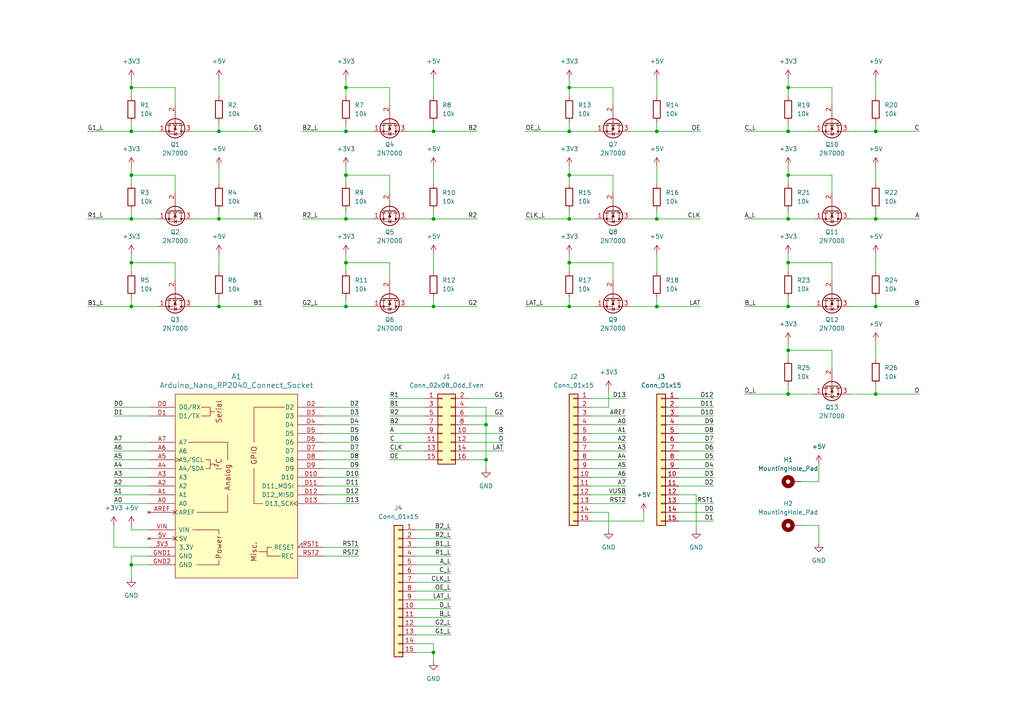
<source format=kicad_sch>
(kicad_sch (version 20230121) (generator eeschema)
  (paper "A4")
  (lib_symbols
    (symbol "Connector_Generic:Conn_01x15" (pin_names (offset 1.016) hide)
      (property "Reference" "J" (at 0 20.32 0))
      (property "Value" "Conn_01x15" (at 0 -20.32 0))
      (symbol "Conn_01x15_1_1"
        (rectangle (start -1.27 -17.653) (end 0 -17.907) (stroke (width 0.1524)))
        (rectangle (start -1.27 -15.113) (end 0 -15.367) (stroke (width 0.1524)))
        (rectangle (start -1.27 -12.573) (end 0 -12.827) (stroke (width 0.1524)))
        (rectangle (start -1.27 -10.033) (end 0 -10.287) (stroke (width 0.1524)))
        (rectangle (start -1.27 -7.493) (end 0 -7.747) (stroke (width 0.1524)))
        (rectangle (start -1.27 -4.953) (end 0 -5.207) (stroke (width 0.1524)))
        (rectangle (start -1.27 -2.413) (end 0 -2.667) (stroke (width 0.1524)))
        (rectangle (start -1.27 0.127) (end 0 -0.127) (stroke (width 0.1524)))
        (rectangle (start -1.27 2.667) (end 0 2.413) (stroke (width 0.1524)))
        (rectangle (start -1.27 5.207) (end 0 4.953) (stroke (width 0.1524)))
        (rectangle (start -1.27 7.747) (end 0 7.493) (stroke (width 0.1524)))
        (rectangle (start -1.27 10.287) (end 0 10.033) (stroke (width 0.1524)))
        (rectangle (start -1.27 12.827) (end 0 12.573) (stroke (width 0.1524)))
        (rectangle (start -1.27 15.367) (end 0 15.113) (stroke (width 0.1524)))
        (rectangle (start -1.27 17.907) (end 0 17.653) (stroke (width 0.1524)))
        (rectangle (start -1.27 19.05) (end 1.27 -19.05) (stroke (width 0.254)) (fill (type background)))
        (pin passive line (at -5.08 17.78 0) (length 3.81) (name "Pin_1") (number "1"))
        (pin passive line (at -5.08 -5.08 0) (length 3.81) (name "Pin_10") (number "10"))
        (pin passive line (at -5.08 -7.62 0) (length 3.81) (name "Pin_11") (number "11"))
        (pin passive line (at -5.08 -10.16 0) (length 3.81) (name "Pin_12") (number "12"))
        (pin passive line (at -5.08 -12.7 0) (length 3.81) (name "Pin_13") (number "13"))
        (pin passive line (at -5.08 -15.24 0) (length 3.81) (name "Pin_14") (number "14"))
        (pin passive line (at -5.08 -17.78 0) (length 3.81) (name "Pin_15") (number "15"))
        (pin passive line (at -5.08 15.24 0) (length 3.81) (name "Pin_2") (number "2"))
        (pin passive line (at -5.08 12.7 0) (length 3.81) (name "Pin_3") (number "3"))
        (pin passive line (at -5.08 10.16 0) (length 3.81) (name "Pin_4") (number "4"))
        (pin passive line (at -5.08 7.62 0) (length 3.81) (name "Pin_5") (number "5"))
        (pin passive line (at -5.08 5.08 0) (length 3.81) (name "Pin_6") (number "6"))
        (pin passive line (at -5.08 2.54 0) (length 3.81) (name "Pin_7") (number "7"))
        (pin passive line (at -5.08 0 0) (length 3.81) (name "Pin_8") (number "8"))
        (pin passive line (at -5.08 -2.54 0) (length 3.81) (name "Pin_9") (number "9"))
      )
    )
    (symbol "Connector_Generic:Conn_02x08_Odd_Even" (pin_names (offset 1.016) hide)
      (property "Reference" "J" (at 1.27 10.16 0))
      (property "Value" "Conn_02x08_Odd_Even" (at 1.27 -12.7 0))
      (symbol "Conn_02x08_Odd_Even_1_1"
        (rectangle (start -1.27 -10.033) (end 0 -10.287) (stroke (width 0.1524)))
        (rectangle (start -1.27 -7.493) (end 0 -7.747) (stroke (width 0.1524)))
        (rectangle (start -1.27 -4.953) (end 0 -5.207) (stroke (width 0.1524)))
        (rectangle (start -1.27 -2.413) (end 0 -2.667) (stroke (width 0.1524)))
        (rectangle (start -1.27 0.127) (end 0 -0.127) (stroke (width 0.1524)))
        (rectangle (start -1.27 2.667) (end 0 2.413) (stroke (width 0.1524)))
        (rectangle (start -1.27 5.207) (end 0 4.953) (stroke (width 0.1524)))
        (rectangle (start -1.27 7.747) (end 0 7.493) (stroke (width 0.1524)))
        (rectangle (start -1.27 8.89) (end 3.81 -11.43) (stroke (width 0.254)) (fill (type background)))
        (rectangle (start 3.81 -10.033) (end 2.54 -10.287) (stroke (width 0.1524)))
        (rectangle (start 3.81 -7.493) (end 2.54 -7.747) (stroke (width 0.1524)))
        (rectangle (start 3.81 -4.953) (end 2.54 -5.207) (stroke (width 0.1524)))
        (rectangle (start 3.81 -2.413) (end 2.54 -2.667) (stroke (width 0.1524)))
        (rectangle (start 3.81 0.127) (end 2.54 -0.127) (stroke (width 0.1524)))
        (rectangle (start 3.81 2.667) (end 2.54 2.413) (stroke (width 0.1524)))
        (rectangle (start 3.81 5.207) (end 2.54 4.953) (stroke (width 0.1524)))
        (rectangle (start 3.81 7.747) (end 2.54 7.493) (stroke (width 0.1524)))
        (pin passive line (at -5.08 7.62 0) (length 3.81) (name "Pin_1") (number "1"))
        (pin passive line (at 7.62 -2.54 180) (length 3.81) (name "Pin_10") (number "10"))
        (pin passive line (at -5.08 -5.08 0) (length 3.81) (name "Pin_11") (number "11"))
        (pin passive line (at 7.62 -5.08 180) (length 3.81) (name "Pin_12") (number "12"))
        (pin passive line (at -5.08 -7.62 0) (length 3.81) (name "Pin_13") (number "13"))
        (pin passive line (at 7.62 -7.62 180) (length 3.81) (name "Pin_14") (number "14"))
        (pin passive line (at -5.08 -10.16 0) (length 3.81) (name "Pin_15") (number "15"))
        (pin passive line (at 7.62 -10.16 180) (length 3.81) (name "Pin_16") (number "16"))
        (pin passive line (at 7.62 7.62 180) (length 3.81) (name "Pin_2") (number "2"))
        (pin passive line (at -5.08 5.08 0) (length 3.81) (name "Pin_3") (number "3"))
        (pin passive line (at 7.62 5.08 180) (length 3.81) (name "Pin_4") (number "4"))
        (pin passive line (at -5.08 2.54 0) (length 3.81) (name "Pin_5") (number "5"))
        (pin passive line (at 7.62 2.54 180) (length 3.81) (name "Pin_6") (number "6"))
        (pin passive line (at -5.08 0 0) (length 3.81) (name "Pin_7") (number "7"))
        (pin passive line (at 7.62 0 180) (length 3.81) (name "Pin_8") (number "8"))
        (pin passive line (at -5.08 -2.54 0) (length 3.81) (name "Pin_9") (number "9"))
      )
    )
    (symbol "Device:R" (pin_numbers hide) (pin_names (offset 0))
      (property "Reference" "R" (at 2.032 0 90))
      (property "Value" "R" (at 0 0 90))
      (symbol "R_0_1"
        (rectangle (start -1.016 -2.54) (end 1.016 2.54) (stroke (width 0.254)))
      )
      (symbol "R_1_1"
        (pin passive line (at 0 3.81 270) (length 1.27) (name "~") (number "1"))
        (pin passive line (at 0 -3.81 90) (length 1.27) (name "~") (number "2"))
      )
    )
    (symbol "Mechanical:MountingHole_Pad" (pin_numbers hide) (pin_names (offset 1.016) hide)
      (property "Reference" "H" (at 0 6.35 0))
      (property "Value" "MountingHole_Pad" (at 0 4.445 0))
      (symbol "MountingHole_Pad_0_1"
        (circle (center 0 1.27) (radius 1.27) (stroke (width 1.27)))
      )
      (symbol "MountingHole_Pad_1_1"
        (pin input line (at 0 -2.54 90) (length 2.54) (name "1") (number "1"))
      )
    )
    (symbol "Transistor_FET:2N7000" (pin_names hide)
      (property "Reference" "Q" (at 5.08 1.905 0))
      (property "Value" "2N7000" (at 5.08 0 0))
      (symbol "2N7000_0_1"
        (polyline (pts (xy 0.254 0) (xy -2.54 0)))
        (polyline (pts (xy 0.254 1.905) (xy 0.254 -1.905)) (stroke (width 0.254)))
        (polyline (pts (xy 0.762 -1.27) (xy 0.762 -2.286)) (stroke (width 0.254)))
        (polyline (pts (xy 0.762 0.508) (xy 0.762 -0.508)) (stroke (width 0.254)))
        (polyline (pts (xy 0.762 2.286) (xy 0.762 1.27)) (stroke (width 0.254)))
        (polyline (pts (xy 2.54 2.54) (xy 2.54 1.778)))
        (polyline (pts (xy 2.54 -2.54) (xy 2.54 0) (xy 0.762 0)))
        (polyline (pts (xy 0.762 -1.778) (xy 3.302 -1.778) (xy 3.302 1.778) (xy 0.762 1.778)))
        (polyline (pts (xy 1.016 0) (xy 2.032 0.381) (xy 2.032 -0.381) (xy 1.016 0)) (fill (type outline)))
        (polyline (pts (xy 2.794 0.508) (xy 2.921 0.381) (xy 3.683 0.381) (xy 3.81 0.254)))
        (polyline (pts (xy 3.302 0.381) (xy 2.921 -0.254) (xy 3.683 -0.254) (xy 3.302 0.381)))
        (circle (center 1.651 0) (radius 2.794) (stroke (width 0.254)))
        (circle (center 2.54 -1.778) (radius 0.254) (fill (type outline)))
        (circle (center 2.54 1.778) (radius 0.254) (fill (type outline)))
      )
      (symbol "2N7000_1_1"
        (pin passive line (at 2.54 -5.08 90) (length 2.54) (name "S") (number "1"))
        (pin input line (at -5.08 0 0) (length 2.54) (name "G") (number "2"))
        (pin passive line (at 2.54 5.08 270) (length 2.54) (name "D") (number "3"))
      )
    )
    (symbol "arduino-library:Arduino_Nano_RP2040_Connect_Socket" (pin_names (offset 1.016))
      (property "Reference" "A" (at 0 33.02 0))
      (property "Value" "Arduino_Nano_RP2040_Connect_Socket" (at 0 29.21 0))
      (symbol "Arduino_Nano_RP2040_Connect_Socket_0_0"
        (rectangle (start -17.78 26.67) (end 17.78 -26.67) (fill (type background)))
        (polyline (pts (xy -7.62 6.35) (xy -6.35 6.35)))
        (polyline (pts (xy -7.62 21.59) (xy -6.35 21.59)))
        (polyline (pts (xy 8.89 -19.05) (xy 6.35 -19.05)))
        (polyline (pts (xy -11.43 -22.86) (xy -5.08 -22.86) (xy -5.08 -21.59)))
        (polyline (pts (xy -5.08 -13.97) (xy -5.08 -12.7) (xy -12.7 -12.7)))
        (polyline (pts (xy -10.16 22.86) (xy -7.62 22.86) (xy -7.62 20.32) (xy -10.16 20.32)))
        (polyline (pts (xy -8.89 7.62) (xy -7.62 7.62) (xy -7.62 5.08) (xy -8.89 5.08)))
        (text "Analog" (at -2.54 2.54 900) (effects (font (size 1.524 1.524))))
        (text "I²C" (at -5.08 6.35 900) (effects (font (size 1.524 1.524))))
        (text "Misc." (at 5.08 -19.05 900) (effects (font (size 1.524 1.524))))
        (text "Power" (at -5.08 -17.78 900) (effects (font (size 1.524 1.524))))
        (text "Serial" (at -5.08 21.59 900) (effects (font (size 1.524 1.524))))
      )
      (symbol "Arduino_Nano_RP2040_Connect_Socket_0_1"
        (polyline (pts (xy -13.97 12.7) (xy -2.54 12.7) (xy -2.54 7.62)))
        (polyline (pts (xy -11.43 -7.62) (xy -2.54 -7.62) (xy -2.54 -2.54)))
        (polyline (pts (xy 7.62 -5.08) (xy 5.08 -5.08) (xy 5.08 5.08)))
        (polyline (pts (xy 13.97 22.86) (xy 5.08 22.86) (xy 5.08 12.7)))
        (polyline (pts (xy 10.16 -17.78) (xy 8.89 -17.78) (xy 8.89 -20.32) (xy 12.7 -20.32)))
      )
      (symbol "Arduino_Nano_RP2040_Connect_Socket_1_0"
        (text "GPIO" (at 5.08 8.89 900) (effects (font (size 1.524 1.524))))
      )
      (symbol "Arduino_Nano_RP2040_Connect_Socket_1_1"
        (pin power_in line (at -25.4 -17.78 0) (length 7.62) (name "3.3V") (number "3V3"))
        (pin no_connect non_logic (at -25.4 -15.24 0) (length 7.62) (name "5V") (number "5V"))
        (pin bidirectional line (at -25.4 -5.08 0) (length 7.62) (name "A0") (number "A0"))
        (pin bidirectional line (at -25.4 -2.54 0) (length 7.62) (name "A1") (number "A1"))
        (pin bidirectional line (at -25.4 0 0) (length 7.62) (name "A2") (number "A2"))
        (pin bidirectional line (at -25.4 2.54 0) (length 7.62) (name "A3") (number "A3"))
        (pin bidirectional line (at -25.4 5.08 0) (length 7.62) (name "A4/SDA") (number "A4"))
        (pin bidirectional clock (at -25.4 7.62 0) (length 7.62) (name "A5/SCL") (number "A5"))
        (pin input line (at -25.4 10.16 0) (length 7.62) (name "A6") (number "A6"))
        (pin input line (at -25.4 12.7 0) (length 7.62) (name "A7") (number "A7"))
        (pin no_connect non_logic (at -25.4 -7.62 0) (length 7.62) (name "AREF") (number "AREF"))
        (pin bidirectional line (at -25.4 22.86 0) (length 7.62) (name "D0/RX") (number "D0"))
        (pin bidirectional line (at -25.4 20.32 0) (length 7.62) (name "D1/TX") (number "D1"))
        (pin bidirectional line (at 25.4 2.54 180) (length 7.62) (name "D10") (number "D10"))
        (pin bidirectional line (at 25.4 0 180) (length 7.62) (name "D11_MOSI") (number "D11"))
        (pin bidirectional line (at 25.4 -2.54 180) (length 7.62) (name "D12_MISO") (number "D12"))
        (pin bidirectional clock (at 25.4 -5.08 180) (length 7.62) (name "D13_SCK") (number "D13"))
        (pin bidirectional line (at 25.4 22.86 180) (length 7.62) (name "D2") (number "D2"))
        (pin bidirectional line (at 25.4 20.32 180) (length 7.62) (name "D3") (number "D3"))
        (pin bidirectional line (at 25.4 17.78 180) (length 7.62) (name "D4") (number "D4"))
        (pin bidirectional line (at 25.4 15.24 180) (length 7.62) (name "D5") (number "D5"))
        (pin bidirectional line (at 25.4 12.7 180) (length 7.62) (name "D6") (number "D6"))
        (pin bidirectional line (at 25.4 10.16 180) (length 7.62) (name "D7") (number "D7"))
        (pin bidirectional line (at 25.4 7.62 180) (length 7.62) (name "D8") (number "D8"))
        (pin bidirectional line (at 25.4 5.08 180) (length 7.62) (name "D9") (number "D9"))
        (pin power_in line (at -25.4 -20.32 0) (length 7.62) (name "GND") (number "GND1"))
        (pin power_in line (at -25.4 -22.86 0) (length 7.62) (name "GND") (number "GND2"))
        (pin open_collector input_low (at 25.4 -17.78 180) (length 7.62) (name "RESET") (number "RST1"))
        (pin bidirectional line (at 25.4 -20.32 180) (length 7.62) (name "REC") (number "RST2"))
        (pin power_in line (at -25.4 -12.7 0) (length 7.62) (name "VIN") (number "VIN"))
      )
    )
    (symbol "power:+3V3" (power) (pin_names (offset 0))
      (property "Value" "+3V3" (at 0 3.556 0))
      (symbol "+3V3_0_1"
        (polyline (pts (xy -0.762 1.27) (xy 0 2.54)))
        (polyline (pts (xy 0 0) (xy 0 2.54)))
        (polyline (pts (xy 0 2.54) (xy 0.762 1.27)))
      )
      (symbol "+3V3_1_1"
        (pin power_in line (at 0 0 90) (length 0) hide (name "+3V3") (number "1"))
      )
    )
    (symbol "power:+5V" (power) (pin_names (offset 0))
      (property "Value" "+5V" (at 0 3.556 0))
      (symbol "+5V_0_1"
        (polyline (pts (xy -0.762 1.27) (xy 0 2.54)))
        (polyline (pts (xy 0 0) (xy 0 2.54)))
        (polyline (pts (xy 0 2.54) (xy 0.762 1.27)))
      )
      (symbol "+5V_1_1"
        (pin power_in line (at 0 0 90) (length 0) hide (name "+5V") (number "1"))
      )
    )
    (symbol "power:GND" (power) (pin_names (offset 0))
      (property "Value" "GND" (at 0 -3.81 0))
      (symbol "GND_0_1"
        (polyline (pts (xy 0 0) (xy 0 -1.27) (xy 1.27 -1.27) (xy 0 -2.54) (xy -1.27 -1.27) (xy 0 -1.27)))
      )
      (symbol "GND_1_1"
        (pin power_in line (at 0 0 270) (length 0) hide (name "GND") (number "1"))
      )
    )
  )
  (junction (at 100.33 25.4))
  (junction (at 100.33 38.1))
  (junction (at 228.6 50.8))
  (junction (at 228.6 76.2))
  (junction (at 38.1 76.2))
  (junction (at 100.33 63.5))
  (junction (at 38.1 88.9))
  (junction (at 165.1 25.4))
  (junction (at 254 114.3))
  (junction (at 38.1 38.1))
  (junction (at 228.6 25.4))
  (junction (at 165.1 76.2))
  (junction (at 165.1 50.8))
  (junction (at 228.6 38.1))
  (junction (at 190.5 38.1))
  (junction (at 125.73 63.5))
  (junction (at 165.1 88.9))
  (junction (at 228.6 88.9))
  (junction (at 63.5 88.9))
  (junction (at 38.1 50.8))
  (junction (at 100.33 50.8))
  (junction (at 190.5 63.5))
  (junction (at 254 63.5))
  (junction (at 100.33 76.2))
  (junction (at 228.6 63.5))
  (junction (at 38.1 63.5))
  (junction (at 254 38.1))
  (junction (at 38.1 25.4))
  (junction (at 165.1 63.5))
  (junction (at 125.73 88.9))
  (junction (at 125.73 189.23))
  (junction (at 140.97 133.35))
  (junction (at 100.33 88.9))
  (junction (at 63.5 63.5))
  (junction (at 63.5 38.1))
  (junction (at 125.73 38.1))
  (junction (at 140.97 123.19))
  (junction (at 165.1 38.1))
  (junction (at 228.6 114.3))
  (junction (at 254 88.9))
  (junction (at 228.6 101.6))
  (junction (at 190.5 88.9))
  (junction (at 38.1 163.83))
  (wire (pts (xy 130.81 184.15) (xy 120.65 184.15)))
  (wire (pts (xy 33.02 140.97) (xy 43.18 140.97)))
  (wire (pts (xy 165.1 63.5) (xy 172.72 63.5)))
  (wire (pts (xy 196.85 125.73) (xy 207.01 125.73)))
  (wire (pts (xy 33.02 152.4) (xy 33.02 158.75)))
  (wire (pts (xy 38.1 48.26) (xy 38.1 50.8)))
  (wire (pts (xy 201.93 143.51) (xy 201.93 153.67)))
  (wire (pts (xy 177.8 81.28) (xy 177.8 76.2)))
  (wire (pts (xy 38.1 76.2) (xy 38.1 78.74)))
  (wire (pts (xy 254 88.9) (xy 266.7 88.9)))
  (wire (pts (xy 93.98 125.73) (xy 104.14 125.73)))
  (wire (pts (xy 196.85 133.35) (xy 207.01 133.35)))
  (wire (pts (xy 232.41 152.4) (xy 237.49 152.4)))
  (wire (pts (xy 146.05 130.81) (xy 135.89 130.81)))
  (wire (pts (xy 190.5 38.1) (xy 203.2 38.1)))
  (wire (pts (xy 100.33 88.9) (xy 107.95 88.9)))
  (wire (pts (xy 171.45 138.43) (xy 181.61 138.43)))
  (wire (pts (xy 177.8 55.88) (xy 177.8 50.8)))
  (wire (pts (xy 130.81 163.83) (xy 120.65 163.83)))
  (wire (pts (xy 63.5 86.36) (xy 63.5 88.9)))
  (wire (pts (xy 50.8 81.28) (xy 50.8 76.2)))
  (wire (pts (xy 165.1 22.86) (xy 165.1 25.4)))
  (wire (pts (xy 246.38 38.1) (xy 254 38.1)))
  (wire (pts (xy 254 38.1) (xy 266.7 38.1)))
  (wire (pts (xy 93.98 158.75) (xy 104.14 158.75)))
  (wire (pts (xy 146.05 115.57) (xy 135.89 115.57)))
  (wire (pts (xy 93.98 140.97) (xy 104.14 140.97)))
  (wire (pts (xy 113.03 130.81) (xy 123.19 130.81)))
  (wire (pts (xy 215.9 63.5) (xy 228.6 63.5)))
  (wire (pts (xy 228.6 86.36) (xy 228.6 88.9)))
  (wire (pts (xy 228.6 101.6) (xy 228.6 104.14)))
  (wire (pts (xy 254 86.36) (xy 254 88.9)))
  (wire (pts (xy 182.88 88.9) (xy 190.5 88.9)))
  (wire (pts (xy 237.49 134.62) (xy 237.49 139.7)))
  (wire (pts (xy 140.97 133.35) (xy 140.97 135.89)))
  (wire (pts (xy 38.1 50.8) (xy 38.1 53.34)))
  (wire (pts (xy 232.41 139.7) (xy 237.49 139.7)))
  (wire (pts (xy 140.97 123.19) (xy 140.97 133.35)))
  (wire (pts (xy 246.38 114.3) (xy 254 114.3)))
  (wire (pts (xy 63.5 35.56) (xy 63.5 38.1)))
  (wire (pts (xy 196.85 118.11) (xy 207.01 118.11)))
  (wire (pts (xy 171.45 146.05) (xy 181.61 146.05)))
  (wire (pts (xy 113.03 30.48) (xy 113.03 25.4)))
  (wire (pts (xy 241.3 55.88) (xy 241.3 50.8)))
  (wire (pts (xy 135.89 118.11) (xy 140.97 118.11)))
  (wire (pts (xy 43.18 153.67) (xy 38.1 153.67)))
  (wire (pts (xy 113.03 125.73) (xy 123.19 125.73)))
  (wire (pts (xy 38.1 163.83) (xy 38.1 167.64)))
  (wire (pts (xy 171.45 133.35) (xy 181.61 133.35)))
  (wire (pts (xy 38.1 25.4) (xy 50.8 25.4)))
  (wire (pts (xy 228.6 50.8) (xy 241.3 50.8)))
  (wire (pts (xy 196.85 130.81) (xy 207.01 130.81)))
  (wire (pts (xy 246.38 88.9) (xy 254 88.9)))
  (wire (pts (xy 171.45 120.65) (xy 181.61 120.65)))
  (wire (pts (xy 118.11 38.1) (xy 125.73 38.1)))
  (wire (pts (xy 165.1 50.8) (xy 165.1 53.34)))
  (wire (pts (xy 125.73 186.69) (xy 125.73 189.23)))
  (wire (pts (xy 33.02 133.35) (xy 43.18 133.35)))
  (wire (pts (xy 171.45 125.73) (xy 181.61 125.73)))
  (wire (pts (xy 196.85 151.13) (xy 207.01 151.13)))
  (wire (pts (xy 63.5 22.86) (xy 63.5 27.94)))
  (wire (pts (xy 228.6 22.86) (xy 228.6 25.4)))
  (wire (pts (xy 165.1 76.2) (xy 165.1 78.74)))
  (wire (pts (xy 196.85 143.51) (xy 201.93 143.51)))
  (wire (pts (xy 130.81 173.99) (xy 120.65 173.99)))
  (wire (pts (xy 165.1 25.4) (xy 165.1 27.94)))
  (wire (pts (xy 87.63 38.1) (xy 100.33 38.1)))
  (wire (pts (xy 130.81 171.45) (xy 120.65 171.45)))
  (wire (pts (xy 93.98 130.81) (xy 104.14 130.81)))
  (wire (pts (xy 38.1 73.66) (xy 38.1 76.2)))
  (wire (pts (xy 120.65 189.23) (xy 125.73 189.23)))
  (wire (pts (xy 254 60.96) (xy 254 63.5)))
  (wire (pts (xy 33.02 118.11) (xy 43.18 118.11)))
  (wire (pts (xy 152.4 88.9) (xy 165.1 88.9)))
  (wire (pts (xy 165.1 50.8) (xy 177.8 50.8)))
  (wire (pts (xy 87.63 63.5) (xy 100.33 63.5)))
  (wire (pts (xy 228.6 99.06) (xy 228.6 101.6)))
  (wire (pts (xy 241.3 81.28) (xy 241.3 76.2)))
  (wire (pts (xy 25.4 63.5) (xy 38.1 63.5)))
  (wire (pts (xy 100.33 22.86) (xy 100.33 25.4)))
  (wire (pts (xy 171.45 128.27) (xy 181.61 128.27)))
  (wire (pts (xy 38.1 60.96) (xy 38.1 63.5)))
  (wire (pts (xy 125.73 88.9) (xy 138.43 88.9)))
  (wire (pts (xy 33.02 128.27) (xy 43.18 128.27)))
  (wire (pts (xy 38.1 35.56) (xy 38.1 38.1)))
  (wire (pts (xy 196.85 115.57) (xy 207.01 115.57)))
  (wire (pts (xy 33.02 146.05) (xy 43.18 146.05)))
  (wire (pts (xy 100.33 63.5) (xy 107.95 63.5)))
  (wire (pts (xy 93.98 128.27) (xy 104.14 128.27)))
  (wire (pts (xy 254 35.56) (xy 254 38.1)))
  (wire (pts (xy 93.98 123.19) (xy 104.14 123.19)))
  (wire (pts (xy 125.73 60.96) (xy 125.73 63.5)))
  (wire (pts (xy 228.6 60.96) (xy 228.6 63.5)))
  (wire (pts (xy 254 73.66) (xy 254 78.74)))
  (wire (pts (xy 87.63 88.9) (xy 100.33 88.9)))
  (wire (pts (xy 50.8 55.88) (xy 50.8 50.8)))
  (wire (pts (xy 190.5 88.9) (xy 203.2 88.9)))
  (wire (pts (xy 165.1 48.26) (xy 165.1 50.8)))
  (wire (pts (xy 33.02 135.89) (xy 43.18 135.89)))
  (wire (pts (xy 146.05 128.27) (xy 135.89 128.27)))
  (wire (pts (xy 93.98 118.11) (xy 104.14 118.11)))
  (wire (pts (xy 186.69 148.59) (xy 186.69 151.13)))
  (wire (pts (xy 165.1 88.9) (xy 172.72 88.9)))
  (wire (pts (xy 171.45 130.81) (xy 181.61 130.81)))
  (wire (pts (xy 130.81 158.75) (xy 120.65 158.75)))
  (wire (pts (xy 215.9 88.9) (xy 228.6 88.9)))
  (wire (pts (xy 38.1 76.2) (xy 50.8 76.2)))
  (wire (pts (xy 125.73 35.56) (xy 125.73 38.1)))
  (wire (pts (xy 113.03 120.65) (xy 123.19 120.65)))
  (wire (pts (xy 196.85 140.97) (xy 207.01 140.97)))
  (wire (pts (xy 38.1 25.4) (xy 38.1 27.94)))
  (wire (pts (xy 113.03 128.27) (xy 123.19 128.27)))
  (wire (pts (xy 33.02 138.43) (xy 43.18 138.43)))
  (wire (pts (xy 171.45 148.59) (xy 176.53 148.59)))
  (wire (pts (xy 190.5 73.66) (xy 190.5 78.74)))
  (wire (pts (xy 190.5 63.5) (xy 203.2 63.5)))
  (wire (pts (xy 33.02 158.75) (xy 43.18 158.75)))
  (wire (pts (xy 165.1 86.36) (xy 165.1 88.9)))
  (wire (pts (xy 93.98 143.51) (xy 104.14 143.51)))
  (wire (pts (xy 196.85 135.89) (xy 207.01 135.89)))
  (wire (pts (xy 152.4 63.5) (xy 165.1 63.5)))
  (wire (pts (xy 165.1 76.2) (xy 177.8 76.2)))
  (wire (pts (xy 228.6 101.6) (xy 241.3 101.6)))
  (wire (pts (xy 152.4 38.1) (xy 165.1 38.1)))
  (wire (pts (xy 228.6 63.5) (xy 236.22 63.5)))
  (wire (pts (xy 228.6 76.2) (xy 228.6 78.74)))
  (wire (pts (xy 215.9 114.3) (xy 228.6 114.3)))
  (wire (pts (xy 100.33 25.4) (xy 100.33 27.94)))
  (wire (pts (xy 50.8 30.48) (xy 50.8 25.4)))
  (wire (pts (xy 135.89 123.19) (xy 140.97 123.19)))
  (wire (pts (xy 38.1 163.83) (xy 43.18 163.83)))
  (wire (pts (xy 190.5 86.36) (xy 190.5 88.9)))
  (wire (pts (xy 190.5 48.26) (xy 190.5 53.34)))
  (wire (pts (xy 93.98 135.89) (xy 104.14 135.89)))
  (wire (pts (xy 254 111.76) (xy 254 114.3)))
  (wire (pts (xy 196.85 120.65) (xy 207.01 120.65)))
  (wire (pts (xy 228.6 25.4) (xy 228.6 27.94)))
  (wire (pts (xy 63.5 88.9) (xy 76.2 88.9)))
  (wire (pts (xy 190.5 35.56) (xy 190.5 38.1)))
  (wire (pts (xy 228.6 73.66) (xy 228.6 76.2)))
  (wire (pts (xy 130.81 168.91) (xy 120.65 168.91)))
  (wire (pts (xy 38.1 38.1) (xy 45.72 38.1)))
  (wire (pts (xy 130.81 166.37) (xy 120.65 166.37)))
  (wire (pts (xy 63.5 63.5) (xy 76.2 63.5)))
  (wire (pts (xy 135.89 133.35) (xy 140.97 133.35)))
  (wire (pts (xy 254 48.26) (xy 254 53.34)))
  (wire (pts (xy 38.1 63.5) (xy 45.72 63.5)))
  (wire (pts (xy 93.98 133.35) (xy 104.14 133.35)))
  (wire (pts (xy 38.1 22.86) (xy 38.1 25.4)))
  (wire (pts (xy 38.1 161.29) (xy 38.1 163.83)))
  (wire (pts (xy 254 63.5) (xy 266.7 63.5)))
  (wire (pts (xy 125.73 22.86) (xy 125.73 27.94)))
  (wire (pts (xy 125.73 38.1) (xy 138.43 38.1)))
  (wire (pts (xy 125.73 86.36) (xy 125.73 88.9)))
  (wire (pts (xy 100.33 60.96) (xy 100.33 63.5)))
  (wire (pts (xy 63.5 38.1) (xy 76.2 38.1)))
  (wire (pts (xy 237.49 152.4) (xy 237.49 157.48)))
  (wire (pts (xy 171.45 118.11) (xy 176.53 118.11)))
  (wire (pts (xy 63.5 60.96) (xy 63.5 63.5)))
  (wire (pts (xy 55.88 38.1) (xy 63.5 38.1)))
  (wire (pts (xy 93.98 146.05) (xy 104.14 146.05)))
  (wire (pts (xy 130.81 176.53) (xy 120.65 176.53)))
  (wire (pts (xy 228.6 76.2) (xy 241.3 76.2)))
  (wire (pts (xy 38.1 50.8) (xy 50.8 50.8)))
  (wire (pts (xy 130.81 153.67) (xy 120.65 153.67)))
  (wire (pts (xy 100.33 73.66) (xy 100.33 76.2)))
  (wire (pts (xy 146.05 125.73) (xy 135.89 125.73)))
  (wire (pts (xy 228.6 38.1) (xy 236.22 38.1)))
  (wire (pts (xy 33.02 130.81) (xy 43.18 130.81)))
  (wire (pts (xy 182.88 38.1) (xy 190.5 38.1)))
  (wire (pts (xy 130.81 181.61) (xy 120.65 181.61)))
  (wire (pts (xy 254 114.3) (xy 266.7 114.3)))
  (wire (pts (xy 171.45 143.51) (xy 181.61 143.51)))
  (wire (pts (xy 140.97 118.11) (xy 140.97 123.19)))
  (wire (pts (xy 228.6 88.9) (xy 236.22 88.9)))
  (wire (pts (xy 100.33 50.8) (xy 100.33 53.34)))
  (wire (pts (xy 130.81 156.21) (xy 120.65 156.21)))
  (wire (pts (xy 165.1 60.96) (xy 165.1 63.5)))
  (wire (pts (xy 177.8 30.48) (xy 177.8 25.4)))
  (wire (pts (xy 33.02 120.65) (xy 43.18 120.65)))
  (wire (pts (xy 100.33 48.26) (xy 100.33 50.8)))
  (wire (pts (xy 125.73 189.23) (xy 125.73 191.77)))
  (wire (pts (xy 93.98 138.43) (xy 104.14 138.43)))
  (wire (pts (xy 113.03 133.35) (xy 123.19 133.35)))
  (wire (pts (xy 176.53 113.03) (xy 176.53 118.11)))
  (wire (pts (xy 196.85 138.43) (xy 207.01 138.43)))
  (wire (pts (xy 228.6 25.4) (xy 241.3 25.4)))
  (wire (pts (xy 38.1 88.9) (xy 45.72 88.9)))
  (wire (pts (xy 196.85 123.19) (xy 207.01 123.19)))
  (wire (pts (xy 165.1 25.4) (xy 177.8 25.4)))
  (wire (pts (xy 113.03 55.88) (xy 113.03 50.8)))
  (wire (pts (xy 25.4 38.1) (xy 38.1 38.1)))
  (wire (pts (xy 118.11 63.5) (xy 125.73 63.5)))
  (wire (pts (xy 254 99.06) (xy 254 104.14)))
  (wire (pts (xy 100.33 86.36) (xy 100.33 88.9)))
  (wire (pts (xy 171.45 140.97) (xy 181.61 140.97)))
  (wire (pts (xy 196.85 146.05) (xy 207.01 146.05)))
  (wire (pts (xy 190.5 60.96) (xy 190.5 63.5)))
  (wire (pts (xy 165.1 38.1) (xy 172.72 38.1)))
  (wire (pts (xy 176.53 148.59) (xy 176.53 153.67)))
  (wire (pts (xy 118.11 88.9) (xy 125.73 88.9)))
  (wire (pts (xy 171.45 135.89) (xy 181.61 135.89)))
  (wire (pts (xy 93.98 120.65) (xy 104.14 120.65)))
  (wire (pts (xy 171.45 151.13) (xy 186.69 151.13)))
  (wire (pts (xy 241.3 106.68) (xy 241.3 101.6)))
  (wire (pts (xy 55.88 88.9) (xy 63.5 88.9)))
  (wire (pts (xy 246.38 63.5) (xy 254 63.5)))
  (wire (pts (xy 125.73 63.5) (xy 138.43 63.5)))
  (wire (pts (xy 196.85 148.59) (xy 207.01 148.59)))
  (wire (pts (xy 171.45 123.19) (xy 181.61 123.19)))
  (wire (pts (xy 125.73 73.66) (xy 125.73 78.74)))
  (wire (pts (xy 113.03 123.19) (xy 123.19 123.19)))
  (wire (pts (xy 25.4 88.9) (xy 38.1 88.9)))
  (wire (pts (xy 38.1 152.4) (xy 38.1 153.67)))
  (wire (pts (xy 100.33 35.56) (xy 100.33 38.1)))
  (wire (pts (xy 165.1 35.56) (xy 165.1 38.1)))
  (wire (pts (xy 125.73 48.26) (xy 125.73 53.34)))
  (wire (pts (xy 100.33 76.2) (xy 100.33 78.74)))
  (wire (pts (xy 146.05 120.65) (xy 135.89 120.65)))
  (wire (pts (xy 254 22.86) (xy 254 27.94)))
  (wire (pts (xy 228.6 111.76) (xy 228.6 114.3)))
  (wire (pts (xy 38.1 86.36) (xy 38.1 88.9)))
  (wire (pts (xy 182.88 63.5) (xy 190.5 63.5)))
  (wire (pts (xy 228.6 114.3) (xy 236.22 114.3)))
  (wire (pts (xy 100.33 38.1) (xy 107.95 38.1)))
  (wire (pts (xy 190.5 22.86) (xy 190.5 27.94)))
  (wire (pts (xy 120.65 186.69) (xy 125.73 186.69)))
  (wire (pts (xy 228.6 48.26) (xy 228.6 50.8)))
  (wire (pts (xy 113.03 115.57) (xy 123.19 115.57)))
  (wire (pts (xy 43.18 161.29) (xy 38.1 161.29)))
  (wire (pts (xy 228.6 50.8) (xy 228.6 53.34)))
  (wire (pts (xy 196.85 128.27) (xy 207.01 128.27)))
  (wire (pts (xy 55.88 63.5) (xy 63.5 63.5)))
  (wire (pts (xy 113.03 118.11) (xy 123.19 118.11)))
  (wire (pts (xy 100.33 50.8) (xy 113.03 50.8)))
  (wire (pts (xy 63.5 48.26) (xy 63.5 53.34)))
  (wire (pts (xy 241.3 30.48) (xy 241.3 25.4)))
  (wire (pts (xy 100.33 25.4) (xy 113.03 25.4)))
  (wire (pts (xy 33.02 143.51) (xy 43.18 143.51)))
  (wire (pts (xy 130.81 161.29) (xy 120.65 161.29)))
  (wire (pts (xy 63.5 73.66) (xy 63.5 78.74)))
  (wire (pts (xy 171.45 115.57) (xy 181.61 115.57)))
  (wire (pts (xy 165.1 73.66) (xy 165.1 76.2)))
  (wire (pts (xy 93.98 161.29) (xy 104.14 161.29)))
  (wire (pts (xy 100.33 76.2) (xy 113.03 76.2)))
  (wire (pts (xy 228.6 35.56) (xy 228.6 38.1)))
  (wire (pts (xy 130.81 179.07) (xy 120.65 179.07)))
  (wire (pts (xy 113.03 81.28) (xy 113.03 76.2)))
  (wire (pts (xy 215.9 38.1) (xy 228.6 38.1)))
  (label "D_L" (at 130.81 176.53 180))
  (label "A" (at 266.7 63.5 180))
  (label "A1" (at 33.02 143.51 0))
  (label "OE_L" (at 130.81 171.45 180))
  (label "RST1" (at 104.14 158.75 180))
  (label "D5" (at 207.01 133.35 180))
  (label "C" (at 113.03 128.27 0))
  (label "G1_L" (at 25.4 38.1 0))
  (label "OE" (at 203.2 38.1 180))
  (label "D9" (at 207.01 123.19 180))
  (label "A6" (at 33.02 130.81 0))
  (label "B1" (at 113.03 118.11 0))
  (label "A6" (at 181.61 138.43 180))
  (label "D0" (at 33.02 118.11 0))
  (label "D10" (at 207.01 120.65 180))
  (label "RST2" (at 181.61 146.05 180))
  (label "G1" (at 146.05 115.57 180))
  (label "A7" (at 33.02 128.27 0))
  (label "LAT_L" (at 130.81 173.99 180))
  (label "D" (at 146.05 128.27 180))
  (label "CLK" (at 113.03 130.81 0))
  (label "OE" (at 113.03 133.35 0))
  (label "A4" (at 33.02 135.89 0))
  (label "R1" (at 113.03 115.57 0))
  (label "D0" (at 207.01 148.59 180))
  (label "R1_L" (at 25.4 63.5 0))
  (label "CLK_L" (at 130.81 168.91 180))
  (label "D3" (at 104.14 120.65 180))
  (label "D13" (at 104.14 146.05 180))
  (label "B2" (at 113.03 123.19 0))
  (label "C" (at 266.7 38.1 180))
  (label "A3" (at 33.02 138.43 0))
  (label "D13" (at 181.61 115.57 180))
  (label "G2_L" (at 87.63 88.9 0))
  (label "B_L" (at 130.81 179.07 180))
  (label "A3" (at 181.61 130.81 180))
  (label "G2" (at 138.43 88.9 180))
  (label "A2" (at 33.02 140.97 0))
  (label "R2" (at 113.03 120.65 0))
  (label "D10" (at 104.14 138.43 180))
  (label "D11" (at 207.01 118.11 180))
  (label "G2" (at 146.05 120.65 180))
  (label "D1" (at 33.02 120.65 0))
  (label "A7" (at 181.61 140.97 180))
  (label "D11" (at 104.14 140.97 180))
  (label "D2" (at 207.01 140.97 180))
  (label "B" (at 266.7 88.9 180))
  (label "A2" (at 181.61 128.27 180))
  (label "D7" (at 207.01 128.27 180))
  (label "CLK_L" (at 152.4 63.5 0))
  (label "B2" (at 138.43 38.1 180))
  (label "OE_L" (at 152.4 38.1 0))
  (label "D" (at 266.7 114.3 180))
  (label "G2_L" (at 130.81 181.61 180))
  (label "D6" (at 104.14 128.27 180))
  (label "CLK" (at 203.2 63.5 180))
  (label "RST1" (at 207.01 146.05 180))
  (label "LAT" (at 203.2 88.9 180))
  (label "D5" (at 104.14 125.73 180))
  (label "D4" (at 207.01 135.89 180))
  (label "B2_L" (at 130.81 153.67 180))
  (label "B" (at 146.05 125.73 180))
  (label "D12" (at 207.01 115.57 180))
  (label "D2" (at 104.14 118.11 180))
  (label "D4" (at 104.14 123.19 180))
  (label "D8" (at 207.01 125.73 180))
  (label "A_L" (at 215.9 63.5 0))
  (label "AREF" (at 181.61 120.65 180))
  (label "B1" (at 76.2 88.9 180))
  (label "B1_L" (at 130.81 158.75 180))
  (label "B1_L" (at 25.4 88.9 0))
  (label "A" (at 113.03 125.73 0))
  (label "D8" (at 104.14 133.35 180))
  (label "C_L" (at 130.81 166.37 180))
  (label "G1" (at 76.2 38.1 180))
  (label "A1" (at 181.61 125.73 180))
  (label "A0" (at 33.02 146.05 0))
  (label "D9" (at 104.14 135.89 180))
  (label "D7" (at 104.14 130.81 180))
  (label "B_L" (at 215.9 88.9 0))
  (label "R2_L" (at 130.81 156.21 180))
  (label "LAT_L" (at 152.4 88.9 0))
  (label "B2_L" (at 87.63 38.1 0))
  (label "D1" (at 207.01 151.13 180))
  (label "D3" (at 207.01 138.43 180))
  (label "A5" (at 33.02 133.35 0))
  (label "R2_L" (at 87.63 63.5 0))
  (label "R1_L" (at 130.81 161.29 180))
  (label "RST2" (at 104.14 161.29 180))
  (label "D12" (at 104.14 143.51 180))
  (label "G1_L" (at 130.81 184.15 180))
  (label "LAT" (at 146.05 130.81 180))
  (label "A_L" (at 130.81 163.83 180))
  (label "C_L" (at 215.9 38.1 0))
  (label "D_L" (at 215.9 114.3 0))
  (label "D6" (at 207.01 130.81 180))
  (label "R1" (at 76.2 63.5 180))
  (label "A0" (at 181.61 123.19 180))
  (label "VUSB" (at 181.61 143.51 180))
  (label "A4" (at 181.61 133.35 180))
  (label "A5" (at 181.61 135.89 180))
  (label "R2" (at 138.43 63.5 180))
  (symbol (lib_id "Device:R") (at 254 82.55 0) (unit 1)
    (property "Reference" "R24" (at 256.54 81.28 0) (effects (justify left)))
    (property "Value" "10k" (at 256.54 83.82 0) (effects (justify left)))
    (property "Footprint" "Resistor_SMD:R_1206_3216Metric_Pad1.30x1.75mm_HandSolder" (effects hide))
  )
  (symbol (lib_id "power:GND") (at 125.73 191.77 0) (unit 1)
    (property "Reference" "#PWR037" (effects hide))
    (property "Value" "GND" (at 125.73 196.85 0))
  )
  (symbol (lib_id "power:+5V") (at 254 22.86 0) (unit 1)
    (property "Reference" "#PWR020" (effects hide))
    (property "Value" "+5V" (at 254 17.78 0))
  )
  (symbol (lib_id "power:+5V") (at 190.5 22.86 0) (unit 1)
    (property "Reference" "#PWR015" (effects hide))
    (property "Value" "+5V" (at 190.5 17.78 0))
  )
  (symbol (lib_id "Device:R") (at 254 57.15 0) (unit 1)
    (property "Reference" "R22" (at 256.54 55.88 0) (effects (justify left)))
    (property "Value" "10k" (at 256.54 58.42 0) (effects (justify left)))
    (property "Footprint" "Resistor_SMD:R_1206_3216Metric_Pad1.30x1.75mm_HandSolder" (effects hide))
  )
  (symbol (lib_id "Connector_Generic:Conn_01x15") (at 191.77 133.35 0) (mirror y) (unit 1)
    (property "Reference" "J3" (at 191.77 109.22 0))
    (property "Value" "Conn_01x15" (at 191.77 111.76 0))
    (property "Footprint" "Connector_PinSocket_2.54mm:PinSocket_1x15_P2.54mm_Vertical" (effects hide))
  )
  (symbol (lib_id "power:+3V3") (at 100.33 73.66 0) (unit 1)
    (property "Reference" "#PWR09" (effects hide))
    (property "Value" "+3V3" (at 100.33 68.58 0))
  )
  (symbol (lib_id "power:+5V") (at 125.73 48.26 0) (unit 1)
    (property "Reference" "#PWR011" (effects hide))
    (property "Value" "+5V" (at 125.73 43.18 0))
  )
  (symbol (lib_id "Transistor_FET:2N7000") (at 113.03 86.36 270) (unit 1)
    (property "Reference" "Q6" (at 113.03 92.71 90))
    (property "Value" "2N7000" (at 113.03 95.25 90))
    (property "Footprint" "Package_TO_SOT_THT:TO-92_Inline" (effects hide))
    (property "Datasheet" "https://www.vishay.com/docs/70226/70226.pdf" (effects hide))
  )
  (symbol (lib_id "Mechanical:MountingHole_Pad") (at 229.87 139.7 90) (unit 1)
    (property "Reference" "H1" (at 228.6 133.35 90))
    (property "Value" "MountingHole_Pad" (at 228.6 135.89 90))
    (property "Footprint" "MountingHole:MountingHole_3.2mm_M3_DIN965_Pad_TopBottom" (effects hide))
  )
  (symbol (lib_id "power:+5V") (at 63.5 73.66 0) (unit 1)
    (property "Reference" "#PWR07" (effects hide))
    (property "Value" "+5V" (at 63.5 68.58 0))
  )
  (symbol (lib_id "power:+3V3") (at 100.33 48.26 0) (unit 1)
    (property "Reference" "#PWR08" (effects hide))
    (property "Value" "+3V3" (at 100.33 43.18 0))
  )
  (symbol (lib_id "power:+5V") (at 254 73.66 0) (unit 1)
    (property "Reference" "#PWR024" (effects hide))
    (property "Value" "+5V" (at 254 68.58 0))
  )
  (symbol (lib_id "Transistor_FET:2N7000") (at 113.03 60.96 270) (unit 1)
    (property "Reference" "Q5" (at 113.03 67.31 90))
    (property "Value" "2N7000" (at 113.03 69.85 90))
    (property "Footprint" "Package_TO_SOT_THT:TO-92_Inline" (effects hide))
    (property "Datasheet" "https://www.vishay.com/docs/70226/70226.pdf" (effects hide))
  )
  (symbol (lib_id "Device:R") (at 228.6 57.15 0) (unit 1)
    (property "Reference" "R21" (at 231.14 55.88 0) (effects (justify left)))
    (property "Value" "10k" (at 231.14 58.42 0) (effects (justify left)))
    (property "Footprint" "Resistor_SMD:R_1206_3216Metric_Pad1.30x1.75mm_HandSolder" (effects hide))
  )
  (symbol (lib_id "power:GND") (at 237.49 157.48 0) (unit 1)
    (property "Reference" "#PWR028" (effects hide))
    (property "Value" "GND" (at 237.49 162.56 0))
  )
  (symbol (lib_id "power:+3V3") (at 38.1 73.66 0) (unit 1)
    (property "Reference" "#PWR05" (effects hide))
    (property "Value" "+3V3" (at 38.1 68.58 0))
  )
  (symbol (lib_id "Device:R") (at 125.73 82.55 0) (unit 1)
    (property "Reference" "R12" (at 128.27 81.28 0) (effects (justify left)))
    (property "Value" "10k" (at 128.27 83.82 0) (effects (justify left)))
    (property "Footprint" "Resistor_SMD:R_1206_3216Metric_Pad1.30x1.75mm_HandSolder" (effects hide))
  )
  (symbol (lib_id "Device:R") (at 165.1 31.75 0) (unit 1)
    (property "Reference" "R13" (at 167.64 30.48 0) (effects (justify left)))
    (property "Value" "10k" (at 167.64 33.02 0) (effects (justify left)))
    (property "Footprint" "Resistor_SMD:R_1206_3216Metric_Pad1.30x1.75mm_HandSolder" (effects hide))
  )
  (symbol (lib_id "power:+5V") (at 186.69 148.59 0) (unit 1)
    (property "Reference" "#PWR035" (effects hide))
    (property "Value" "+5V" (at 186.69 143.51 0))
  )
  (symbol (lib_id "Connector_Generic:Conn_01x15") (at 166.37 133.35 0) (mirror y) (unit 1)
    (property "Reference" "J2" (at 166.37 109.22 0))
    (property "Value" "Conn_01x15" (at 166.37 111.76 0))
    (property "Footprint" "Connector_PinSocket_2.54mm:PinSocket_1x15_P2.54mm_Vertical" (effects hide))
  )
  (symbol (lib_id "Transistor_FET:2N7000") (at 177.8 60.96 270) (unit 1)
    (property "Reference" "Q8" (at 177.8 67.31 90))
    (property "Value" "2N7000" (at 177.8 69.85 90))
    (property "Footprint" "Package_TO_SOT_THT:TO-92_Inline" (effects hide))
    (property "Datasheet" "https://www.vishay.com/docs/70226/70226.pdf" (effects hide))
  )
  (symbol (lib_id "Device:R") (at 165.1 82.55 0) (unit 1)
    (property "Reference" "R17" (at 167.64 81.28 0) (effects (justify left)))
    (property "Value" "10k" (at 167.64 83.82 0) (effects (justify left)))
    (property "Footprint" "Resistor_SMD:R_1206_3216Metric_Pad1.30x1.75mm_HandSolder" (effects hide))
  )
  (symbol (lib_id "Mechanical:MountingHole_Pad") (at 229.87 152.4 90) (unit 1)
    (property "Reference" "H2" (at 228.6 146.05 90))
    (property "Value" "MountingHole_Pad" (at 228.6 148.59 90))
    (property "Footprint" "MountingHole:MountingHole_3.2mm_M3_DIN965_Pad_TopBottom" (effects hide))
  )
  (symbol (lib_id "Device:R") (at 228.6 82.55 0) (unit 1)
    (property "Reference" "R23" (at 231.14 81.28 0) (effects (justify left)))
    (property "Value" "10k" (at 231.14 83.82 0) (effects (justify left)))
    (property "Footprint" "Resistor_SMD:R_1206_3216Metric_Pad1.30x1.75mm_HandSolder" (effects hide))
  )
  (symbol (lib_id "Device:R") (at 125.73 57.15 0) (unit 1)
    (property "Reference" "R10" (at 128.27 55.88 0) (effects (justify left)))
    (property "Value" "10k" (at 128.27 58.42 0) (effects (justify left)))
    (property "Footprint" "Resistor_SMD:R_1206_3216Metric_Pad1.30x1.75mm_HandSolder" (effects hide))
  )
  (symbol (lib_id "power:+3V3") (at 38.1 22.86 0) (unit 1)
    (property "Reference" "#PWR01" (effects hide))
    (property "Value" "+3V3" (at 38.1 17.78 0))
  )
  (symbol (lib_id "Device:R") (at 190.5 57.15 0) (unit 1)
    (property "Reference" "R16" (at 193.04 55.88 0) (effects (justify left)))
    (property "Value" "10k" (at 193.04 58.42 0) (effects (justify left)))
    (property "Footprint" "Resistor_SMD:R_1206_3216Metric_Pad1.30x1.75mm_HandSolder" (effects hide))
  )
  (symbol (lib_id "Transistor_FET:2N7000") (at 177.8 86.36 270) (unit 1)
    (property "Reference" "Q9" (at 177.8 92.71 90))
    (property "Value" "2N7000" (at 177.8 95.25 90))
    (property "Footprint" "Package_TO_SOT_THT:TO-92_Inline" (effects hide))
    (property "Datasheet" "https://www.vishay.com/docs/70226/70226.pdf" (effects hide))
  )
  (symbol (lib_id "Transistor_FET:2N7000") (at 50.8 86.36 270) (unit 1)
    (property "Reference" "Q3" (at 50.8 92.71 90))
    (property "Value" "2N7000" (at 50.8 95.25 90))
    (property "Footprint" "Package_TO_SOT_THT:TO-92_Inline" (effects hide))
    (property "Datasheet" "https://www.vishay.com/docs/70226/70226.pdf" (effects hide))
  )
  (symbol (lib_id "power:+5V") (at 254 48.26 0) (unit 1)
    (property "Reference" "#PWR023" (effects hide))
    (property "Value" "+5V" (at 254 43.18 0))
  )
  (symbol (lib_id "power:GND") (at 176.53 153.67 0) (unit 1)
    (property "Reference" "#PWR033" (effects hide))
    (property "Value" "GND" (at 176.53 158.75 0))
  )
  (symbol (lib_id "Device:R") (at 254 31.75 0) (unit 1)
    (property "Reference" "R20" (at 256.54 30.48 0) (effects (justify left)))
    (property "Value" "10k" (at 256.54 33.02 0) (effects (justify left)))
    (property "Footprint" "Resistor_SMD:R_1206_3216Metric_Pad1.30x1.75mm_HandSolder" (effects hide))
  )
  (symbol (lib_id "Connector_Generic:Conn_01x15") (at 115.57 171.45 0) (mirror y) (unit 1)
    (property "Reference" "J4" (at 115.57 147.32 0))
    (property "Value" "Conn_01x15" (at 115.57 149.86 0))
    (property "Footprint" "Connector_PinHeader_2.54mm:PinHeader_1x15_P2.54mm_Vertical" (effects hide))
  )
  (symbol (lib_id "Device:R") (at 38.1 31.75 0) (unit 1)
    (property "Reference" "R1" (at 40.64 30.48 0) (effects (justify left)))
    (property "Value" "10k" (at 40.64 33.02 0) (effects (justify left)))
    (property "Footprint" "Resistor_SMD:R_1206_3216Metric_Pad1.30x1.75mm_HandSolder" (effects hide))
  )
  (symbol (lib_id "power:+5V") (at 38.1 152.4 0) (unit 1)
    (property "Reference" "#PWR030" (effects hide))
    (property "Value" "+5V" (at 38.1 147.32 0))
  )
  (symbol (lib_id "Transistor_FET:2N7000") (at 241.3 111.76 270) (unit 1)
    (property "Reference" "Q13" (at 241.3 118.11 90))
    (property "Value" "2N7000" (at 241.3 120.65 90))
    (property "Footprint" "Package_TO_SOT_THT:TO-92_Inline" (effects hide))
    (property "Datasheet" "https://www.vishay.com/docs/70226/70226.pdf" (effects hide))
  )
  (symbol (lib_id "Device:R") (at 254 107.95 0) (unit 1)
    (property "Reference" "R26" (at 256.54 106.68 0) (effects (justify left)))
    (property "Value" "10k" (at 256.54 109.22 0) (effects (justify left)))
    (property "Footprint" "Resistor_SMD:R_1206_3216Metric_Pad1.30x1.75mm_HandSolder" (effects hide))
  )
  (symbol (lib_id "power:+3V3") (at 228.6 73.66 0) (unit 1)
    (property "Reference" "#PWR022" (effects hide))
    (property "Value" "+3V3" (at 228.6 68.58 0))
  )
  (symbol (lib_id "power:GND") (at 201.93 153.67 0) (unit 1)
    (property "Reference" "#PWR036" (effects hide))
    (property "Value" "GND" (at 201.93 158.75 0))
  )
  (symbol (lib_id "Device:R") (at 190.5 31.75 0) (unit 1)
    (property "Reference" "R14" (at 193.04 30.48 0) (effects (justify left)))
    (property "Value" "10k" (at 193.04 33.02 0) (effects (justify left)))
    (property "Footprint" "Resistor_SMD:R_1206_3216Metric_Pad1.30x1.75mm_HandSolder" (effects hide))
  )
  (symbol (lib_id "power:+5V") (at 237.49 134.62 0) (unit 1)
    (property "Reference" "#PWR026" (effects hide))
    (property "Value" "+5V" (at 237.49 129.54 0))
  )
  (symbol (lib_id "Transistor_FET:2N7000") (at 50.8 60.96 270) (unit 1)
    (property "Reference" "Q2" (at 50.8 67.31 90))
    (property "Value" "2N7000" (at 50.8 69.85 90))
    (property "Footprint" "Package_TO_SOT_THT:TO-92_Inline" (effects hide))
    (property "Datasheet" "https://www.vishay.com/docs/70226/70226.pdf" (effects hide))
  )
  (symbol (lib_id "Device:R") (at 125.73 31.75 0) (unit 1)
    (property "Reference" "R8" (at 128.27 30.48 0) (effects (justify left)))
    (property "Value" "10k" (at 128.27 33.02 0) (effects (justify left)))
    (property "Footprint" "Resistor_SMD:R_1206_3216Metric_Pad1.30x1.75mm_HandSolder" (effects hide))
  )
  (symbol (lib_id "power:+5V") (at 63.5 48.26 0) (unit 1)
    (property "Reference" "#PWR04" (effects hide))
    (property "Value" "+5V" (at 63.5 43.18 0))
  )
  (symbol (lib_id "Device:R") (at 165.1 57.15 0) (unit 1)
    (property "Reference" "R15" (at 167.64 55.88 0) (effects (justify left)))
    (property "Value" "10k" (at 167.64 58.42 0) (effects (justify left)))
    (property "Footprint" "Resistor_SMD:R_1206_3216Metric_Pad1.30x1.75mm_HandSolder" (effects hide))
  )
  (symbol (lib_id "Transistor_FET:2N7000") (at 50.8 35.56 270) (unit 1)
    (property "Reference" "Q1" (at 50.8 41.91 90))
    (property "Value" "2N7000" (at 50.8 44.45 90))
    (property "Footprint" "Package_TO_SOT_THT:TO-92_Inline" (effects hide))
    (property "Datasheet" "https://www.vishay.com/docs/70226/70226.pdf" (effects hide))
  )
  (symbol (lib_id "power:GND") (at 38.1 167.64 0) (unit 1)
    (property "Reference" "#PWR029" (effects hide))
    (property "Value" "GND" (at 38.1 172.72 0))
  )
  (symbol (lib_id "power:+3V3") (at 100.33 22.86 0) (unit 1)
    (property "Reference" "#PWR06" (effects hide))
    (property "Value" "+3V3" (at 100.33 17.78 0))
  )
  (symbol (lib_id "Transistor_FET:2N7000") (at 113.03 35.56 270) (unit 1)
    (property "Reference" "Q4" (at 113.03 41.91 90))
    (property "Value" "2N7000" (at 113.03 44.45 90))
    (property "Footprint" "Package_TO_SOT_THT:TO-92_Inline" (effects hide))
    (property "Datasheet" "https://www.vishay.com/docs/70226/70226.pdf" (effects hide))
  )
  (symbol (lib_id "power:+5V") (at 190.5 73.66 0) (unit 1)
    (property "Reference" "#PWR019" (effects hide))
    (property "Value" "+5V" (at 190.5 68.58 0))
  )
  (symbol (lib_id "power:GND") (at 140.97 135.89 0) (unit 1)
    (property "Reference" "#PWR034" (effects hide))
    (property "Value" "GND" (at 140.97 140.97 0))
  )
  (symbol (lib_id "power:+3V3") (at 165.1 22.86 0) (unit 1)
    (property "Reference" "#PWR013" (effects hide))
    (property "Value" "+3V3" (at 165.1 17.78 0))
  )
  (symbol (lib_id "Transistor_FET:2N7000") (at 241.3 60.96 270) (unit 1)
    (property "Reference" "Q11" (at 241.3 67.31 90))
    (property "Value" "2N7000" (at 241.3 69.85 90))
    (property "Footprint" "Package_TO_SOT_THT:TO-92_Inline" (effects hide))
    (property "Datasheet" "https://www.vishay.com/docs/70226/70226.pdf" (effects hide))
  )
  (symbol (lib_id "Transistor_FET:2N7000") (at 241.3 86.36 270) (unit 1)
    (property "Reference" "Q12" (at 241.3 92.71 90))
    (property "Value" "2N7000" (at 241.3 95.25 90))
    (property "Footprint" "Package_TO_SOT_THT:TO-92_Inline" (effects hide))
    (property "Datasheet" "https://www.vishay.com/docs/70226/70226.pdf" (effects hide))
  )
  (symbol (lib_id "Device:R") (at 228.6 31.75 0) (unit 1)
    (property "Reference" "R19" (at 231.14 30.48 0) (effects (justify left)))
    (property "Value" "10k" (at 231.14 33.02 0) (effects (justify left)))
    (property "Footprint" "Resistor_SMD:R_1206_3216Metric_Pad1.30x1.75mm_HandSolder" (effects hide))
  )
  (symbol (lib_id "Device:R") (at 100.33 57.15 0) (unit 1)
    (property "Reference" "R9" (at 102.87 55.88 0) (effects (justify left)))
    (property "Value" "10k" (at 102.87 58.42 0) (effects (justify left)))
    (property "Footprint" "Resistor_SMD:R_1206_3216Metric_Pad1.30x1.75mm_HandSolder" (effects hide))
  )
  (symbol (lib_id "Device:R") (at 228.6 107.95 0) (unit 1)
    (property "Reference" "R25" (at 231.14 106.68 0) (effects (justify left)))
    (property "Value" "10k" (at 231.14 109.22 0) (effects (justify left)))
    (property "Footprint" "Resistor_SMD:R_1206_3216Metric_Pad1.30x1.75mm_HandSolder" (effects hide))
  )
  (symbol (lib_id "power:+5V") (at 63.5 22.86 0) (unit 1)
    (property "Reference" "#PWR03" (effects hide))
    (property "Value" "+5V" (at 63.5 17.78 0))
  )
  (symbol (lib_id "Device:R") (at 38.1 57.15 0) (unit 1)
    (property "Reference" "R3" (at 40.64 55.88 0) (effects (justify left)))
    (property "Value" "10k" (at 40.64 58.42 0) (effects (justify left)))
    (property "Footprint" "Resistor_SMD:R_1206_3216Metric_Pad1.30x1.75mm_HandSolder" (effects hide))
  )
  (symbol (lib_id "Device:R") (at 63.5 57.15 0) (unit 1)
    (property "Reference" "R4" (at 66.04 55.88 0) (effects (justify left)))
    (property "Value" "10k" (at 66.04 58.42 0) (effects (justify left)))
    (property "Footprint" "Resistor_SMD:R_1206_3216Metric_Pad1.30x1.75mm_HandSolder" (effects hide))
  )
  (symbol (lib_id "power:+5V") (at 190.5 48.26 0) (unit 1)
    (property "Reference" "#PWR016" (effects hide))
    (property "Value" "+5V" (at 190.5 43.18 0))
  )
  (symbol (lib_id "power:+3V3") (at 165.1 73.66 0) (unit 1)
    (property "Reference" "#PWR017" (effects hide))
    (property "Value" "+3V3" (at 165.1 68.58 0))
  )
  (symbol (lib_id "power:+3V3") (at 38.1 48.26 0) (unit 1)
    (property "Reference" "#PWR02" (effects hide))
    (property "Value" "+3V3" (at 38.1 43.18 0))
  )
  (symbol (lib_id "Device:R") (at 63.5 31.75 0) (unit 1)
    (property "Reference" "R2" (at 66.04 30.48 0) (effects (justify left)))
    (property "Value" "10k" (at 66.04 33.02 0) (effects (justify left)))
    (property "Footprint" "Resistor_SMD:R_1206_3216Metric_Pad1.30x1.75mm_HandSolder" (effects hide))
  )
  (symbol (lib_id "power:+3V3") (at 228.6 99.06 0) (unit 1)
    (property "Reference" "#PWR025" (effects hide))
    (property "Value" "+3V3" (at 228.6 93.98 0))
  )
  (symbol (lib_id "power:+3V3") (at 176.53 113.03 0) (unit 1)
    (property "Reference" "#PWR032" (effects hide))
    (property "Value" "+3V3" (at 176.53 107.95 0))
  )
  (symbol (lib_id "arduino-library:Arduino_Nano_RP2040_Connect_Socket") (at 68.58 140.97 0) (unit 1)
    (property "Reference" "A1" (at 68.58 109.22 0) (effects (font (size 1.524 1.524))))
    (property "Value" "Arduino_Nano_RP2040_Connect_Socket" (at 68.58 111.76 0) (effects (font (size 1.524 1.524))))
    (property "Footprint" "arduino-library:Arduino_Nano_Every_Socket" (effects hide))
    (property "Datasheet" "https://docs.arduino.cc/hardware/nano-rp2040-connect" (effects hide))
  )
  (symbol (lib_id "Device:R") (at 63.5 82.55 0) (unit 1)
    (property "Reference" "R6" (at 66.04 81.28 0) (effects (justify left)))
    (property "Value" "10k" (at 66.04 83.82 0) (effects (justify left)))
    (property "Footprint" "Resistor_SMD:R_1206_3216Metric_Pad1.30x1.75mm_HandSolder" (effects hide))
  )
  (symbol (lib_id "Transistor_FET:2N7000") (at 177.8 35.56 270) (unit 1)
    (property "Reference" "Q7" (at 177.8 41.91 90))
    (property "Value" "2N7000" (at 177.8 44.45 90))
    (property "Footprint" "Package_TO_SOT_THT:TO-92_Inline" (effects hide))
    (property "Datasheet" "https://www.vishay.com/docs/70226/70226.pdf" (effects hide))
  )
  (symbol (lib_id "Device:R") (at 38.1 82.55 0) (unit 1)
    (property "Reference" "R5" (at 40.64 81.28 0) (effects (justify left)))
    (property "Value" "10k" (at 40.64 83.82 0) (effects (justify left)))
    (property "Footprint" "Resistor_SMD:R_1206_3216Metric_Pad1.30x1.75mm_HandSolder" (effects hide))
  )
  (symbol (lib_id "Device:R") (at 190.5 82.55 0) (unit 1)
    (property "Reference" "R18" (at 193.04 81.28 0) (effects (justify left)))
    (property "Value" "10k" (at 193.04 83.82 0) (effects (justify left)))
    (property "Footprint" "Resistor_SMD:R_1206_3216Metric_Pad1.30x1.75mm_HandSolder" (effects hide))
  )
  (symbol (lib_id "power:+3V3") (at 165.1 48.26 0) (unit 1)
    (property "Reference" "#PWR014" (effects hide))
    (property "Value" "+3V3" (at 165.1 43.18 0))
  )
  (symbol (lib_id "power:+5V") (at 254 99.06 0) (unit 1)
    (property "Reference" "#PWR027" (effects hide))
    (property "Value" "+5V" (at 254 93.98 0))
  )
  (symbol (lib_id "Connector_Generic:Conn_02x08_Odd_Even") (at 128.27 123.19 0) (unit 1)
    (property "Reference" "J1" (at 129.54 109.22 0))
    (property "Value" "Conn_02x08_Odd_Even" (at 129.54 111.76 0))
    (property "Footprint" "Connector_IDC:IDC-Header_2x08_P2.54mm_Vertical" (effects hide))
  )
  (symbol (lib_id "power:+3V3") (at 228.6 22.86 0) (unit 1)
    (property "Reference" "#PWR018" (effects hide))
    (property "Value" "+3V3" (at 228.6 17.78 0))
  )
  (symbol (lib_id "power:+3V3") (at 228.6 48.26 0) (unit 1)
    (property "Reference" "#PWR021" (effects hide))
    (property "Value" "+3V3" (at 228.6 43.18 0))
  )
  (symbol (lib_id "Device:R") (at 100.33 31.75 0) (unit 1)
    (property "Reference" "R7" (at 102.87 30.48 0) (effects (justify left)))
    (property "Value" "10k" (at 102.87 33.02 0) (effects (justify left)))
    (property "Footprint" "Resistor_SMD:R_1206_3216Metric_Pad1.30x1.75mm_HandSolder" (effects hide))
  )
  (symbol (lib_id "power:+5V") (at 125.73 22.86 0) (unit 1)
    (property "Reference" "#PWR010" (effects hide))
    (property "Value" "+5V" (at 125.73 17.78 0))
  )
  (symbol (lib_id "power:+3V3") (at 33.02 152.4 0) (unit 1)
    (property "Reference" "#PWR031" (effects hide))
    (property "Value" "+3V3" (at 33.02 147.32 0))
  )
  (symbol (lib_id "power:+5V") (at 125.73 73.66 0) (unit 1)
    (property "Reference" "#PWR012" (effects hide))
    (property "Value" "+5V" (at 125.73 68.58 0))
  )
  (symbol (lib_id "Transistor_FET:2N7000") (at 241.3 35.56 270) (unit 1)
    (property "Reference" "Q10" (at 241.3 41.91 90))
    (property "Value" "2N7000" (at 241.3 44.45 90))
    (property "Footprint" "Package_TO_SOT_THT:TO-92_Inline" (effects hide))
    (property "Datasheet" "https://www.vishay.com/docs/70226/70226.pdf" (effects hide))
  )
  (symbol (lib_id "Device:R") (at 100.33 82.55 0) (unit 1)
    (property "Reference" "R11" (at 102.87 81.28 0) (effects (justify left)))
    (property "Value" "10k" (at 102.87 83.82 0) (effects (justify left)))
    (property "Footprint" "Resistor_SMD:R_1206_3216Metric_Pad1.30x1.75mm_HandSolder" (effects hide))
  )
)
</source>
